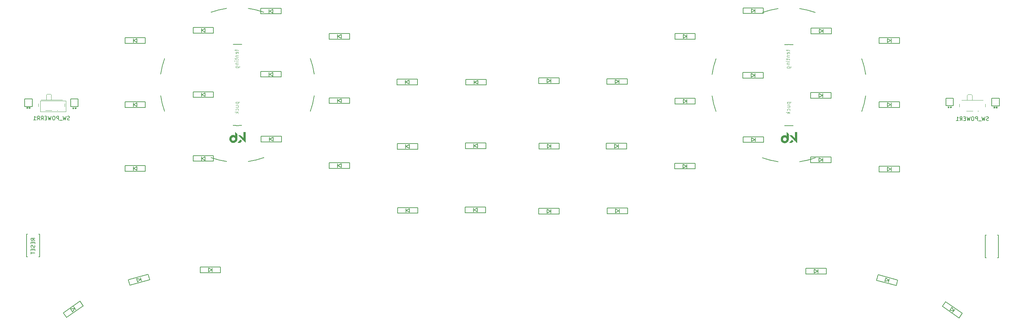
<source format=gbr>
%TF.GenerationSoftware,KiCad,Pcbnew,(6.0.2-0)*%
%TF.CreationDate,2022-05-29T20:11:08-07:00*%
%TF.ProjectId,sweepv2,73776565-7076-4322-9e6b-696361645f70,rev?*%
%TF.SameCoordinates,Original*%
%TF.FileFunction,Legend,Bot*%
%TF.FilePolarity,Positive*%
%FSLAX46Y46*%
G04 Gerber Fmt 4.6, Leading zero omitted, Abs format (unit mm)*
G04 Created by KiCad (PCBNEW (6.0.2-0)) date 2022-05-29 20:11:08*
%MOMM*%
%LPD*%
G01*
G04 APERTURE LIST*
%ADD10C,0.120000*%
%ADD11C,0.100000*%
%ADD12C,0.150000*%
%ADD13C,0.200000*%
%ADD14C,0.010000*%
G04 APERTURE END LIST*
D10*
X23182600Y-47055800D02*
X29913600Y-47055800D01*
X29913600Y-47055800D02*
X29913600Y-49976800D01*
X29913600Y-49976800D02*
X23182600Y-49976800D01*
X23182600Y-49976800D02*
X23182600Y-47055800D01*
D11*
%TO.C,REF\u002A\u002A*%
X220833714Y-33514500D02*
X220833714Y-33895452D01*
X220500380Y-33657357D02*
X221357523Y-33657357D01*
X221452761Y-33704976D01*
X221500380Y-33800214D01*
X221500380Y-33895452D01*
X221452761Y-34609738D02*
X221500380Y-34514500D01*
X221500380Y-34324023D01*
X221452761Y-34228785D01*
X221357523Y-34181166D01*
X220976571Y-34181166D01*
X220881333Y-34228785D01*
X220833714Y-34324023D01*
X220833714Y-34514500D01*
X220881333Y-34609738D01*
X220976571Y-34657357D01*
X221071809Y-34657357D01*
X221167047Y-34181166D01*
X220833714Y-35085928D02*
X221500380Y-35085928D01*
X220928952Y-35085928D02*
X220881333Y-35133547D01*
X220833714Y-35228785D01*
X220833714Y-35371642D01*
X220881333Y-35466880D01*
X220976571Y-35514500D01*
X221500380Y-35514500D01*
X220833714Y-35847833D02*
X220833714Y-36228785D01*
X220500380Y-35990690D02*
X221357523Y-35990690D01*
X221452761Y-36038309D01*
X221500380Y-36133547D01*
X221500380Y-36228785D01*
X221500380Y-36562119D02*
X220833714Y-36562119D01*
X220500380Y-36562119D02*
X220548000Y-36514500D01*
X220595619Y-36562119D01*
X220548000Y-36609738D01*
X220500380Y-36562119D01*
X220595619Y-36562119D01*
X220833714Y-37038309D02*
X221500380Y-37038309D01*
X220928952Y-37038309D02*
X220881333Y-37085928D01*
X220833714Y-37181166D01*
X220833714Y-37324023D01*
X220881333Y-37419261D01*
X220976571Y-37466880D01*
X221500380Y-37466880D01*
X220833714Y-38371642D02*
X221643238Y-38371642D01*
X221738476Y-38324023D01*
X221786095Y-38276404D01*
X221833714Y-38181166D01*
X221833714Y-38038309D01*
X221786095Y-37943071D01*
X221452761Y-38371642D02*
X221500380Y-38276404D01*
X221500380Y-38085928D01*
X221452761Y-37990690D01*
X221405142Y-37943071D01*
X221309904Y-37895452D01*
X221024190Y-37895452D01*
X220928952Y-37943071D01*
X220881333Y-37990690D01*
X220833714Y-38085928D01*
X220833714Y-38276404D01*
X220881333Y-38371642D01*
X220897214Y-47468500D02*
X221897214Y-47468500D01*
X220944833Y-47468500D02*
X220897214Y-47563738D01*
X220897214Y-47754214D01*
X220944833Y-47849452D01*
X220992452Y-47897071D01*
X221087690Y-47944690D01*
X221373404Y-47944690D01*
X221468642Y-47897071D01*
X221516261Y-47849452D01*
X221563880Y-47754214D01*
X221563880Y-47563738D01*
X221516261Y-47468500D01*
X220897214Y-48801833D02*
X221563880Y-48801833D01*
X220897214Y-48373261D02*
X221421023Y-48373261D01*
X221516261Y-48420880D01*
X221563880Y-48516119D01*
X221563880Y-48658976D01*
X221516261Y-48754214D01*
X221468642Y-48801833D01*
X221516261Y-49706595D02*
X221563880Y-49611357D01*
X221563880Y-49420880D01*
X221516261Y-49325642D01*
X221468642Y-49278023D01*
X221373404Y-49230404D01*
X221087690Y-49230404D01*
X220992452Y-49278023D01*
X220944833Y-49325642D01*
X220897214Y-49420880D01*
X220897214Y-49611357D01*
X220944833Y-49706595D01*
X221563880Y-50135166D02*
X220563880Y-50135166D01*
X221182928Y-50230404D02*
X221563880Y-50516119D01*
X220897214Y-50516119D02*
X221278166Y-50135166D01*
D12*
%TO.C,SW_POWERR1*%
X30923904Y-52136561D02*
X30781047Y-52184180D01*
X30542952Y-52184180D01*
X30447714Y-52136561D01*
X30400095Y-52088942D01*
X30352476Y-51993704D01*
X30352476Y-51898466D01*
X30400095Y-51803228D01*
X30447714Y-51755609D01*
X30542952Y-51707990D01*
X30733428Y-51660371D01*
X30828666Y-51612752D01*
X30876285Y-51565133D01*
X30923904Y-51469895D01*
X30923904Y-51374657D01*
X30876285Y-51279419D01*
X30828666Y-51231800D01*
X30733428Y-51184180D01*
X30495333Y-51184180D01*
X30352476Y-51231800D01*
X30019142Y-51184180D02*
X29781047Y-52184180D01*
X29590571Y-51469895D01*
X29400095Y-52184180D01*
X29162000Y-51184180D01*
X29019142Y-52279419D02*
X28257238Y-52279419D01*
X28019142Y-52184180D02*
X28019142Y-51184180D01*
X27638190Y-51184180D01*
X27542952Y-51231800D01*
X27495333Y-51279419D01*
X27447714Y-51374657D01*
X27447714Y-51517514D01*
X27495333Y-51612752D01*
X27542952Y-51660371D01*
X27638190Y-51707990D01*
X28019142Y-51707990D01*
X26828666Y-51184180D02*
X26638190Y-51184180D01*
X26542952Y-51231800D01*
X26447714Y-51327038D01*
X26400095Y-51517514D01*
X26400095Y-51850847D01*
X26447714Y-52041323D01*
X26542952Y-52136561D01*
X26638190Y-52184180D01*
X26828666Y-52184180D01*
X26923904Y-52136561D01*
X27019142Y-52041323D01*
X27066761Y-51850847D01*
X27066761Y-51517514D01*
X27019142Y-51327038D01*
X26923904Y-51231800D01*
X26828666Y-51184180D01*
X26066761Y-51184180D02*
X25828666Y-52184180D01*
X25638190Y-51469895D01*
X25447714Y-52184180D01*
X25209619Y-51184180D01*
X24828666Y-51660371D02*
X24495333Y-51660371D01*
X24352476Y-52184180D02*
X24828666Y-52184180D01*
X24828666Y-51184180D01*
X24352476Y-51184180D01*
X23352476Y-52184180D02*
X23685809Y-51707990D01*
X23923904Y-52184180D02*
X23923904Y-51184180D01*
X23542952Y-51184180D01*
X23447714Y-51231800D01*
X23400095Y-51279419D01*
X23352476Y-51374657D01*
X23352476Y-51517514D01*
X23400095Y-51612752D01*
X23447714Y-51660371D01*
X23542952Y-51707990D01*
X23923904Y-51707990D01*
X22352476Y-52184180D02*
X22685809Y-51707990D01*
X22923904Y-52184180D02*
X22923904Y-51184180D01*
X22542952Y-51184180D01*
X22447714Y-51231800D01*
X22400095Y-51279419D01*
X22352476Y-51374657D01*
X22352476Y-51517514D01*
X22400095Y-51612752D01*
X22447714Y-51660371D01*
X22542952Y-51707990D01*
X22923904Y-51707990D01*
X21400095Y-52184180D02*
X21971523Y-52184180D01*
X21685809Y-52184180D02*
X21685809Y-51184180D01*
X21781047Y-51327038D01*
X21876285Y-51422276D01*
X21971523Y-51469895D01*
%TO.C,SW_POWER1*%
X274136904Y-52263561D02*
X273994047Y-52311180D01*
X273755952Y-52311180D01*
X273660714Y-52263561D01*
X273613095Y-52215942D01*
X273565476Y-52120704D01*
X273565476Y-52025466D01*
X273613095Y-51930228D01*
X273660714Y-51882609D01*
X273755952Y-51834990D01*
X273946428Y-51787371D01*
X274041666Y-51739752D01*
X274089285Y-51692133D01*
X274136904Y-51596895D01*
X274136904Y-51501657D01*
X274089285Y-51406419D01*
X274041666Y-51358800D01*
X273946428Y-51311180D01*
X273708333Y-51311180D01*
X273565476Y-51358800D01*
X273232142Y-51311180D02*
X272994047Y-52311180D01*
X272803571Y-51596895D01*
X272613095Y-52311180D01*
X272375000Y-51311180D01*
X272232142Y-52406419D02*
X271470238Y-52406419D01*
X271232142Y-52311180D02*
X271232142Y-51311180D01*
X270851190Y-51311180D01*
X270755952Y-51358800D01*
X270708333Y-51406419D01*
X270660714Y-51501657D01*
X270660714Y-51644514D01*
X270708333Y-51739752D01*
X270755952Y-51787371D01*
X270851190Y-51834990D01*
X271232142Y-51834990D01*
X270041666Y-51311180D02*
X269851190Y-51311180D01*
X269755952Y-51358800D01*
X269660714Y-51454038D01*
X269613095Y-51644514D01*
X269613095Y-51977847D01*
X269660714Y-52168323D01*
X269755952Y-52263561D01*
X269851190Y-52311180D01*
X270041666Y-52311180D01*
X270136904Y-52263561D01*
X270232142Y-52168323D01*
X270279761Y-51977847D01*
X270279761Y-51644514D01*
X270232142Y-51454038D01*
X270136904Y-51358800D01*
X270041666Y-51311180D01*
X269279761Y-51311180D02*
X269041666Y-52311180D01*
X268851190Y-51596895D01*
X268660714Y-52311180D01*
X268422619Y-51311180D01*
X268041666Y-51787371D02*
X267708333Y-51787371D01*
X267565476Y-52311180D02*
X268041666Y-52311180D01*
X268041666Y-51311180D01*
X267565476Y-51311180D01*
X266565476Y-52311180D02*
X266898809Y-51834990D01*
X267136904Y-52311180D02*
X267136904Y-51311180D01*
X266755952Y-51311180D01*
X266660714Y-51358800D01*
X266613095Y-51406419D01*
X266565476Y-51501657D01*
X266565476Y-51644514D01*
X266613095Y-51739752D01*
X266660714Y-51787371D01*
X266755952Y-51834990D01*
X267136904Y-51834990D01*
X265613095Y-52311180D02*
X266184523Y-52311180D01*
X265898809Y-52311180D02*
X265898809Y-51311180D01*
X265994047Y-51454038D01*
X266089285Y-51549276D01*
X266184523Y-51596895D01*
%TO.C,RSW2*%
X21737580Y-84145619D02*
X21261390Y-83812285D01*
X21737580Y-83574190D02*
X20737580Y-83574190D01*
X20737580Y-83955142D01*
X20785200Y-84050380D01*
X20832819Y-84098000D01*
X20928057Y-84145619D01*
X21070914Y-84145619D01*
X21166152Y-84098000D01*
X21213771Y-84050380D01*
X21261390Y-83955142D01*
X21261390Y-83574190D01*
X21213771Y-84574190D02*
X21213771Y-84907523D01*
X21737580Y-85050380D02*
X21737580Y-84574190D01*
X20737580Y-84574190D01*
X20737580Y-85050380D01*
X21689961Y-85431333D02*
X21737580Y-85574190D01*
X21737580Y-85812285D01*
X21689961Y-85907523D01*
X21642342Y-85955142D01*
X21547104Y-86002761D01*
X21451866Y-86002761D01*
X21356628Y-85955142D01*
X21309009Y-85907523D01*
X21261390Y-85812285D01*
X21213771Y-85621809D01*
X21166152Y-85526571D01*
X21118533Y-85478952D01*
X21023295Y-85431333D01*
X20928057Y-85431333D01*
X20832819Y-85478952D01*
X20785200Y-85526571D01*
X20737580Y-85621809D01*
X20737580Y-85859904D01*
X20785200Y-86002761D01*
X21213771Y-86431333D02*
X21213771Y-86764666D01*
X21737580Y-86907523D02*
X21737580Y-86431333D01*
X20737580Y-86431333D01*
X20737580Y-86907523D01*
X20737580Y-87193238D02*
X20737580Y-87764666D01*
X21737580Y-87478952D02*
X20737580Y-87478952D01*
%TO.C,BatGND4*%
X32516838Y-48830895D02*
X32516838Y-49024419D01*
X32710361Y-48947009D02*
X32516838Y-49024419D01*
X32323314Y-48947009D01*
X32632952Y-49179238D02*
X32516838Y-49024419D01*
X32400723Y-49179238D01*
X31897561Y-48830895D02*
X31897561Y-49024419D01*
X32091085Y-48947009D02*
X31897561Y-49024419D01*
X31704038Y-48947009D01*
X32013676Y-49179238D02*
X31897561Y-49024419D01*
X31781447Y-49179238D01*
%TO.C,BatGND1*%
X276306038Y-48653095D02*
X276306038Y-48846619D01*
X276499561Y-48769209D02*
X276306038Y-48846619D01*
X276112514Y-48769209D01*
X276422152Y-49001438D02*
X276306038Y-48846619D01*
X276189923Y-49001438D01*
X275686761Y-48653095D02*
X275686761Y-48846619D01*
X275880285Y-48769209D02*
X275686761Y-48846619D01*
X275493238Y-48769209D01*
X275802876Y-49001438D02*
X275686761Y-48846619D01*
X275570647Y-49001438D01*
%TO.C,Bat+r1*%
X20350238Y-48780095D02*
X20350238Y-48973619D01*
X20543761Y-48896209D02*
X20350238Y-48973619D01*
X20156714Y-48896209D01*
X20466352Y-49128438D02*
X20350238Y-48973619D01*
X20234123Y-49128438D01*
X19730961Y-48780095D02*
X19730961Y-48973619D01*
X19924485Y-48896209D02*
X19730961Y-48973619D01*
X19537438Y-48896209D01*
X19847076Y-49128438D02*
X19730961Y-48973619D01*
X19614847Y-49128438D01*
%TO.C,Bat+1*%
X264164838Y-48602295D02*
X264164838Y-48795819D01*
X264358361Y-48718409D02*
X264164838Y-48795819D01*
X263971314Y-48718409D01*
X264280952Y-48950638D02*
X264164838Y-48795819D01*
X264048723Y-48950638D01*
X263545561Y-48602295D02*
X263545561Y-48795819D01*
X263739085Y-48718409D02*
X263545561Y-48795819D01*
X263352038Y-48718409D01*
X263661676Y-48950638D02*
X263545561Y-48795819D01*
X263429447Y-48950638D01*
D11*
%TO.C,REF\u002A\u002A*%
X74952614Y-47410900D02*
X75952614Y-47410900D01*
X75000233Y-47410900D02*
X74952614Y-47506138D01*
X74952614Y-47696614D01*
X75000233Y-47791852D01*
X75047852Y-47839471D01*
X75143090Y-47887090D01*
X75428804Y-47887090D01*
X75524042Y-47839471D01*
X75571661Y-47791852D01*
X75619280Y-47696614D01*
X75619280Y-47506138D01*
X75571661Y-47410900D01*
X74952614Y-48744233D02*
X75619280Y-48744233D01*
X74952614Y-48315661D02*
X75476423Y-48315661D01*
X75571661Y-48363280D01*
X75619280Y-48458519D01*
X75619280Y-48601376D01*
X75571661Y-48696614D01*
X75524042Y-48744233D01*
X75571661Y-49648995D02*
X75619280Y-49553757D01*
X75619280Y-49363280D01*
X75571661Y-49268042D01*
X75524042Y-49220423D01*
X75428804Y-49172804D01*
X75143090Y-49172804D01*
X75047852Y-49220423D01*
X75000233Y-49268042D01*
X74952614Y-49363280D01*
X74952614Y-49553757D01*
X75000233Y-49648995D01*
X75619280Y-50077566D02*
X74619280Y-50077566D01*
X75238328Y-50172804D02*
X75619280Y-50458519D01*
X74952614Y-50458519D02*
X75333566Y-50077566D01*
X74889114Y-33456900D02*
X74889114Y-33837852D01*
X74555780Y-33599757D02*
X75412923Y-33599757D01*
X75508161Y-33647376D01*
X75555780Y-33742614D01*
X75555780Y-33837852D01*
X75508161Y-34552138D02*
X75555780Y-34456900D01*
X75555780Y-34266423D01*
X75508161Y-34171185D01*
X75412923Y-34123566D01*
X75031971Y-34123566D01*
X74936733Y-34171185D01*
X74889114Y-34266423D01*
X74889114Y-34456900D01*
X74936733Y-34552138D01*
X75031971Y-34599757D01*
X75127209Y-34599757D01*
X75222447Y-34123566D01*
X74889114Y-35028328D02*
X75555780Y-35028328D01*
X74984352Y-35028328D02*
X74936733Y-35075947D01*
X74889114Y-35171185D01*
X74889114Y-35314042D01*
X74936733Y-35409280D01*
X75031971Y-35456900D01*
X75555780Y-35456900D01*
X74889114Y-35790233D02*
X74889114Y-36171185D01*
X74555780Y-35933090D02*
X75412923Y-35933090D01*
X75508161Y-35980709D01*
X75555780Y-36075947D01*
X75555780Y-36171185D01*
X75555780Y-36504519D02*
X74889114Y-36504519D01*
X74555780Y-36504519D02*
X74603400Y-36456900D01*
X74651019Y-36504519D01*
X74603400Y-36552138D01*
X74555780Y-36504519D01*
X74651019Y-36504519D01*
X74889114Y-36980709D02*
X75555780Y-36980709D01*
X74984352Y-36980709D02*
X74936733Y-37028328D01*
X74889114Y-37123566D01*
X74889114Y-37266423D01*
X74936733Y-37361661D01*
X75031971Y-37409280D01*
X75555780Y-37409280D01*
X74889114Y-38314042D02*
X75698638Y-38314042D01*
X75793876Y-38266423D01*
X75841495Y-38218804D01*
X75889114Y-38123566D01*
X75889114Y-37980709D01*
X75841495Y-37885471D01*
X75508161Y-38314042D02*
X75555780Y-38218804D01*
X75555780Y-38028328D01*
X75508161Y-37933090D01*
X75460542Y-37885471D01*
X75365304Y-37837852D01*
X75079590Y-37837852D01*
X74984352Y-37885471D01*
X74936733Y-37933090D01*
X74889114Y-38028328D01*
X74889114Y-38218804D01*
X74936733Y-38314042D01*
D13*
X224159500Y-63256000D02*
G75*
G03*
X228310045Y-62222135I-2857506J20320019D01*
G01*
X221302000Y-32141000D02*
G75*
G03*
X220173615Y-32200136I-6J-10794921D01*
G01*
X200982000Y-45793500D02*
G75*
G03*
X202015865Y-49944046I20320050J2857512D01*
G01*
X222430385Y-32200136D02*
G75*
G03*
X221302000Y-32141000I-1128379J-10735785D01*
G01*
X218444500Y-22616000D02*
G75*
G03*
X214293954Y-23649865I2857512J-20320050D01*
G01*
X221302000Y-53731000D02*
G75*
G03*
X222430385Y-53671864I6J10794921D01*
G01*
X240588134Y-49944048D02*
G75*
G03*
X241622000Y-45793500I-19286117J7008044D01*
G01*
X220173615Y-53671864D02*
G75*
G03*
X221302000Y-53731000I1128379J10735785D01*
G01*
X202015864Y-35927956D02*
G75*
G03*
X200982000Y-40078500I19286252J-7008071D01*
G01*
X214293955Y-62222135D02*
G75*
G03*
X218444500Y-63256000I7008051J19286154D01*
G01*
X241622000Y-40078500D02*
G75*
G03*
X240588134Y-35927952I-20319983J-2857496D01*
G01*
X228310049Y-23649866D02*
G75*
G03*
X224159500Y-22616000I-7008041J-19286105D01*
G01*
D14*
X220681464Y-55919827D02*
X220681272Y-56024067D01*
X220681272Y-56024067D02*
X220680783Y-56120812D01*
X220680783Y-56120812D02*
X220680033Y-56207698D01*
X220680033Y-56207698D02*
X220679057Y-56282360D01*
X220679057Y-56282360D02*
X220677888Y-56342435D01*
X220677888Y-56342435D02*
X220676561Y-56385558D01*
X220676561Y-56385558D02*
X220675112Y-56409365D01*
X220675112Y-56409365D02*
X220674204Y-56413395D01*
X220674204Y-56413395D02*
X220661773Y-56407081D01*
X220661773Y-56407081D02*
X220636927Y-56390738D01*
X220636927Y-56390738D02*
X220612793Y-56373536D01*
X220612793Y-56373536D02*
X220498096Y-56302814D01*
X220498096Y-56302814D02*
X220375880Y-56253710D01*
X220375880Y-56253710D02*
X220245497Y-56226034D01*
X220245497Y-56226034D02*
X220106296Y-56219596D01*
X220106296Y-56219596D02*
X220088484Y-56220264D01*
X220088484Y-56220264D02*
X219998849Y-56226816D01*
X219998849Y-56226816D02*
X219922366Y-56238753D01*
X219922366Y-56238753D02*
X219850714Y-56258245D01*
X219850714Y-56258245D02*
X219775576Y-56287462D01*
X219775576Y-56287462D02*
X219705725Y-56320101D01*
X219705725Y-56320101D02*
X219577792Y-56395394D01*
X219577792Y-56395394D02*
X219464872Y-56487374D01*
X219464872Y-56487374D02*
X219367978Y-56594363D01*
X219367978Y-56594363D02*
X219288120Y-56714688D01*
X219288120Y-56714688D02*
X219226310Y-56846673D01*
X219226310Y-56846673D02*
X219183558Y-56988642D01*
X219183558Y-56988642D02*
X219160877Y-57138921D01*
X219160877Y-57138921D02*
X219157316Y-57228591D01*
X219157316Y-57228591D02*
X219167607Y-57381069D01*
X219167607Y-57381069D02*
X219198963Y-57525633D01*
X219198963Y-57525633D02*
X219252108Y-57664869D01*
X219252108Y-57664869D02*
X219309363Y-57771788D01*
X219309363Y-57771788D02*
X219395075Y-57892081D01*
X219395075Y-57892081D02*
X219496688Y-57996930D01*
X219496688Y-57996930D02*
X219612021Y-58085252D01*
X219612021Y-58085252D02*
X219738896Y-58155966D01*
X219738896Y-58155966D02*
X219875132Y-58207989D01*
X219875132Y-58207989D02*
X220018551Y-58240242D01*
X220018551Y-58240242D02*
X220166972Y-58251641D01*
X220166972Y-58251641D02*
X220267218Y-58247158D01*
X220267218Y-58247158D02*
X220411826Y-58222277D01*
X220411826Y-58222277D02*
X220552394Y-58176002D01*
X220552394Y-58176002D02*
X220685567Y-58110023D01*
X220685567Y-58110023D02*
X220807987Y-58026026D01*
X220807987Y-58026026D02*
X220916299Y-57925700D01*
X220916299Y-57925700D02*
X220924693Y-57916534D01*
X220924693Y-57916534D02*
X221005824Y-57812414D01*
X221005824Y-57812414D02*
X221075516Y-57694232D01*
X221075516Y-57694232D02*
X221130682Y-57568369D01*
X221130682Y-57568369D02*
X221168235Y-57441209D01*
X221168235Y-57441209D02*
X221177104Y-57394759D01*
X221177104Y-57394759D02*
X221179717Y-57366364D01*
X221179717Y-57366364D02*
X221182062Y-57316292D01*
X221182062Y-57316292D02*
X221183531Y-57265958D01*
X221183531Y-57265958D02*
X220687193Y-57265958D01*
X220687193Y-57265958D02*
X220676621Y-57363507D01*
X220676621Y-57363507D02*
X220646189Y-57457526D01*
X220646189Y-57457526D02*
X220617535Y-57511671D01*
X220617535Y-57511671D02*
X220550601Y-57599954D01*
X220550601Y-57599954D02*
X220471120Y-57670831D01*
X220471120Y-57670831D02*
X220381688Y-57723324D01*
X220381688Y-57723324D02*
X220284902Y-57756456D01*
X220284902Y-57756456D02*
X220183361Y-57769250D01*
X220183361Y-57769250D02*
X220079660Y-57760729D01*
X220079660Y-57760729D02*
X220006833Y-57741441D01*
X220006833Y-57741441D02*
X219963836Y-57725355D01*
X219963836Y-57725355D02*
X219922931Y-57707995D01*
X219922931Y-57707995D02*
X219906764Y-57700219D01*
X219906764Y-57700219D02*
X219861478Y-57669215D01*
X219861478Y-57669215D02*
X219812155Y-57623021D01*
X219812155Y-57623021D02*
X219764098Y-57567565D01*
X219764098Y-57567565D02*
X219722613Y-57508771D01*
X219722613Y-57508771D02*
X219701125Y-57470444D01*
X219701125Y-57470444D02*
X219680944Y-57426198D01*
X219680944Y-57426198D02*
X219668299Y-57387590D01*
X219668299Y-57387590D02*
X219660942Y-57345298D01*
X219660942Y-57345298D02*
X219656624Y-57289995D01*
X219656624Y-57289995D02*
X219656342Y-57284705D01*
X219656342Y-57284705D02*
X219659710Y-57177460D01*
X219659710Y-57177460D02*
X219682566Y-57079568D01*
X219682566Y-57079568D02*
X219726218Y-56986145D01*
X219726218Y-56986145D02*
X219743988Y-56957616D01*
X219743988Y-56957616D02*
X219808530Y-56879712D01*
X219808530Y-56879712D02*
X219887347Y-56817542D01*
X219887347Y-56817542D02*
X219976983Y-56772046D01*
X219976983Y-56772046D02*
X220073982Y-56744168D01*
X220073982Y-56744168D02*
X220174886Y-56734848D01*
X220174886Y-56734848D02*
X220276238Y-56745030D01*
X220276238Y-56745030D02*
X220374584Y-56775655D01*
X220374584Y-56775655D02*
X220388587Y-56781941D01*
X220388587Y-56781941D02*
X220476539Y-56834890D01*
X220476539Y-56834890D02*
X220550529Y-56903104D01*
X220550529Y-56903104D02*
X220609572Y-56983450D01*
X220609572Y-56983450D02*
X220652685Y-57072797D01*
X220652685Y-57072797D02*
X220678887Y-57168010D01*
X220678887Y-57168010D02*
X220687193Y-57265958D01*
X220687193Y-57265958D02*
X221183531Y-57265958D01*
X221183531Y-57265958D02*
X221184115Y-57245955D01*
X221184115Y-57245955D02*
X221185854Y-57156766D01*
X221185854Y-57156766D02*
X221187257Y-57050137D01*
X221187257Y-57050137D02*
X221188301Y-56927481D01*
X221188301Y-56927481D02*
X221188965Y-56790209D01*
X221188965Y-56790209D02*
X221189226Y-56639735D01*
X221189226Y-56639735D02*
X221189229Y-56627999D01*
X221189229Y-56627999D02*
X221189316Y-55936285D01*
X221189316Y-55936285D02*
X220681612Y-55426259D01*
X220681612Y-55426259D02*
X220681464Y-55919827D01*
X220681464Y-55919827D02*
X220681464Y-55919827D01*
G36*
X221179717Y-57366364D02*
G01*
X221177104Y-57394759D01*
X221168235Y-57441209D01*
X221130682Y-57568369D01*
X221075516Y-57694232D01*
X221005824Y-57812414D01*
X220924693Y-57916534D01*
X220916299Y-57925700D01*
X220807987Y-58026026D01*
X220685567Y-58110023D01*
X220552394Y-58176002D01*
X220411826Y-58222277D01*
X220267218Y-58247158D01*
X220166972Y-58251641D01*
X220018551Y-58240242D01*
X219875132Y-58207989D01*
X219738896Y-58155966D01*
X219612021Y-58085252D01*
X219496688Y-57996930D01*
X219395075Y-57892081D01*
X219309363Y-57771788D01*
X219252108Y-57664869D01*
X219198963Y-57525633D01*
X219167607Y-57381069D01*
X219161103Y-57284705D01*
X219656342Y-57284705D01*
X219656624Y-57289995D01*
X219660942Y-57345298D01*
X219668299Y-57387590D01*
X219680944Y-57426198D01*
X219701125Y-57470444D01*
X219722613Y-57508771D01*
X219764098Y-57567565D01*
X219812155Y-57623021D01*
X219861478Y-57669215D01*
X219906764Y-57700219D01*
X219922931Y-57707995D01*
X219963836Y-57725355D01*
X220006833Y-57741441D01*
X220079660Y-57760729D01*
X220183361Y-57769250D01*
X220284902Y-57756456D01*
X220381688Y-57723324D01*
X220471120Y-57670831D01*
X220550601Y-57599954D01*
X220617535Y-57511671D01*
X220646189Y-57457526D01*
X220676621Y-57363507D01*
X220687193Y-57265958D01*
X220678887Y-57168010D01*
X220652685Y-57072797D01*
X220609572Y-56983450D01*
X220550529Y-56903104D01*
X220476539Y-56834890D01*
X220388587Y-56781941D01*
X220374584Y-56775655D01*
X220276238Y-56745030D01*
X220174886Y-56734848D01*
X220073982Y-56744168D01*
X219976983Y-56772046D01*
X219887347Y-56817542D01*
X219808530Y-56879712D01*
X219743988Y-56957616D01*
X219726218Y-56986145D01*
X219682566Y-57079568D01*
X219659710Y-57177460D01*
X219656342Y-57284705D01*
X219161103Y-57284705D01*
X219157316Y-57228591D01*
X219160877Y-57138921D01*
X219183558Y-56988642D01*
X219226310Y-56846673D01*
X219288120Y-56714688D01*
X219367978Y-56594363D01*
X219464872Y-56487374D01*
X219577792Y-56395394D01*
X219705725Y-56320101D01*
X219775576Y-56287462D01*
X219850714Y-56258245D01*
X219922366Y-56238753D01*
X219998849Y-56226816D01*
X220088484Y-56220264D01*
X220106296Y-56219596D01*
X220245497Y-56226034D01*
X220375880Y-56253710D01*
X220498096Y-56302814D01*
X220612793Y-56373536D01*
X220636927Y-56390738D01*
X220661773Y-56407081D01*
X220674204Y-56413395D01*
X220675112Y-56409365D01*
X220676561Y-56385558D01*
X220677888Y-56342435D01*
X220679057Y-56282360D01*
X220680033Y-56207698D01*
X220680783Y-56120812D01*
X220681272Y-56024067D01*
X220681464Y-55919827D01*
X220681612Y-55426259D01*
X221189316Y-55936285D01*
X221189229Y-56627999D01*
X221189226Y-56639735D01*
X221188965Y-56790209D01*
X221188301Y-56927481D01*
X221187257Y-57050137D01*
X221185854Y-57156766D01*
X221184115Y-57245955D01*
X221183531Y-57265958D01*
X221182062Y-57316292D01*
X221179717Y-57366364D01*
G37*
X221179717Y-57366364D02*
X221177104Y-57394759D01*
X221168235Y-57441209D01*
X221130682Y-57568369D01*
X221075516Y-57694232D01*
X221005824Y-57812414D01*
X220924693Y-57916534D01*
X220916299Y-57925700D01*
X220807987Y-58026026D01*
X220685567Y-58110023D01*
X220552394Y-58176002D01*
X220411826Y-58222277D01*
X220267218Y-58247158D01*
X220166972Y-58251641D01*
X220018551Y-58240242D01*
X219875132Y-58207989D01*
X219738896Y-58155966D01*
X219612021Y-58085252D01*
X219496688Y-57996930D01*
X219395075Y-57892081D01*
X219309363Y-57771788D01*
X219252108Y-57664869D01*
X219198963Y-57525633D01*
X219167607Y-57381069D01*
X219161103Y-57284705D01*
X219656342Y-57284705D01*
X219656624Y-57289995D01*
X219660942Y-57345298D01*
X219668299Y-57387590D01*
X219680944Y-57426198D01*
X219701125Y-57470444D01*
X219722613Y-57508771D01*
X219764098Y-57567565D01*
X219812155Y-57623021D01*
X219861478Y-57669215D01*
X219906764Y-57700219D01*
X219922931Y-57707995D01*
X219963836Y-57725355D01*
X220006833Y-57741441D01*
X220079660Y-57760729D01*
X220183361Y-57769250D01*
X220284902Y-57756456D01*
X220381688Y-57723324D01*
X220471120Y-57670831D01*
X220550601Y-57599954D01*
X220617535Y-57511671D01*
X220646189Y-57457526D01*
X220676621Y-57363507D01*
X220687193Y-57265958D01*
X220678887Y-57168010D01*
X220652685Y-57072797D01*
X220609572Y-56983450D01*
X220550529Y-56903104D01*
X220476539Y-56834890D01*
X220388587Y-56781941D01*
X220374584Y-56775655D01*
X220276238Y-56745030D01*
X220174886Y-56734848D01*
X220073982Y-56744168D01*
X219976983Y-56772046D01*
X219887347Y-56817542D01*
X219808530Y-56879712D01*
X219743988Y-56957616D01*
X219726218Y-56986145D01*
X219682566Y-57079568D01*
X219659710Y-57177460D01*
X219656342Y-57284705D01*
X219161103Y-57284705D01*
X219157316Y-57228591D01*
X219160877Y-57138921D01*
X219183558Y-56988642D01*
X219226310Y-56846673D01*
X219288120Y-56714688D01*
X219367978Y-56594363D01*
X219464872Y-56487374D01*
X219577792Y-56395394D01*
X219705725Y-56320101D01*
X219775576Y-56287462D01*
X219850714Y-56258245D01*
X219922366Y-56238753D01*
X219998849Y-56226816D01*
X220088484Y-56220264D01*
X220106296Y-56219596D01*
X220245497Y-56226034D01*
X220375880Y-56253710D01*
X220498096Y-56302814D01*
X220612793Y-56373536D01*
X220636927Y-56390738D01*
X220661773Y-56407081D01*
X220674204Y-56413395D01*
X220675112Y-56409365D01*
X220676561Y-56385558D01*
X220677888Y-56342435D01*
X220679057Y-56282360D01*
X220680033Y-56207698D01*
X220680783Y-56120812D01*
X220681272Y-56024067D01*
X220681464Y-55919827D01*
X220681612Y-55426259D01*
X221189316Y-55936285D01*
X221189229Y-56627999D01*
X221189226Y-56639735D01*
X221188965Y-56790209D01*
X221188301Y-56927481D01*
X221187257Y-57050137D01*
X221185854Y-57156766D01*
X221184115Y-57245955D01*
X221183531Y-57265958D01*
X221182062Y-57316292D01*
X221179717Y-57366364D01*
X222886498Y-57054044D02*
X222083552Y-56251344D01*
X222083552Y-56251344D02*
X221795184Y-56254438D01*
X221795184Y-56254438D02*
X221506816Y-56257531D01*
X221506816Y-56257531D02*
X222354040Y-57117668D01*
X222354040Y-57117668D02*
X222471965Y-57237391D01*
X222471965Y-57237391D02*
X222586764Y-57353940D01*
X222586764Y-57353940D02*
X222697218Y-57466080D01*
X222697218Y-57466080D02*
X222802110Y-57572573D01*
X222802110Y-57572573D02*
X222900222Y-57672184D01*
X222900222Y-57672184D02*
X222990337Y-57763677D01*
X222990337Y-57763677D02*
X223071236Y-57845814D01*
X223071236Y-57845814D02*
X223141703Y-57917359D01*
X223141703Y-57917359D02*
X223200519Y-57977077D01*
X223200519Y-57977077D02*
X223246466Y-58023731D01*
X223246466Y-58023731D02*
X223278327Y-58056084D01*
X223278327Y-58056084D02*
X223292108Y-58070080D01*
X223292108Y-58070080D02*
X223382952Y-58162356D01*
X223382952Y-58162356D02*
X223382952Y-55420486D01*
X223382952Y-55420486D02*
X222886498Y-55420486D01*
X222886498Y-55420486D02*
X222886498Y-57054044D01*
X222886498Y-57054044D02*
X222886498Y-57054044D01*
G36*
X223382952Y-58162356D02*
G01*
X223292108Y-58070080D01*
X223278327Y-58056084D01*
X223246466Y-58023731D01*
X223200519Y-57977077D01*
X223141703Y-57917359D01*
X223071236Y-57845814D01*
X222990337Y-57763677D01*
X222900222Y-57672184D01*
X222802110Y-57572573D01*
X222697218Y-57466080D01*
X222586764Y-57353940D01*
X222471965Y-57237391D01*
X222354040Y-57117668D01*
X221506816Y-56257531D01*
X221795184Y-56254438D01*
X222083552Y-56251344D01*
X222886498Y-57054044D01*
X222886498Y-55420486D01*
X223382952Y-55420486D01*
X223382952Y-58162356D01*
G37*
X223382952Y-58162356D02*
X223292108Y-58070080D01*
X223278327Y-58056084D01*
X223246466Y-58023731D01*
X223200519Y-57977077D01*
X223141703Y-57917359D01*
X223071236Y-57845814D01*
X222990337Y-57763677D01*
X222900222Y-57672184D01*
X222802110Y-57572573D01*
X222697218Y-57466080D01*
X222586764Y-57353940D01*
X222471965Y-57237391D01*
X222354040Y-57117668D01*
X221506816Y-56257531D01*
X221795184Y-56254438D01*
X222083552Y-56251344D01*
X222886498Y-57054044D01*
X222886498Y-55420486D01*
X223382952Y-55420486D01*
X223382952Y-58162356D01*
X222079718Y-57460575D02*
X222057015Y-57483438D01*
X222057015Y-57483438D02*
X222022536Y-57518969D01*
X222022536Y-57518969D02*
X221978267Y-57565061D01*
X221978267Y-57565061D02*
X221926200Y-57619607D01*
X221926200Y-57619607D02*
X221868321Y-57680501D01*
X221868321Y-57680501D02*
X221806622Y-57745636D01*
X221806622Y-57745636D02*
X221743089Y-57812906D01*
X221743089Y-57812906D02*
X221679714Y-57880204D01*
X221679714Y-57880204D02*
X221618484Y-57945423D01*
X221618484Y-57945423D02*
X221561388Y-58006458D01*
X221561388Y-58006458D02*
X221510416Y-58061201D01*
X221510416Y-58061201D02*
X221467556Y-58107546D01*
X221467556Y-58107546D02*
X221434798Y-58143386D01*
X221434798Y-58143386D02*
X221414130Y-58166615D01*
X221414130Y-58166615D02*
X221411837Y-58169306D01*
X221411837Y-58169306D02*
X221383536Y-58202941D01*
X221383536Y-58202941D02*
X222003550Y-58202941D01*
X222003550Y-58202941D02*
X222176900Y-58026872D01*
X222176900Y-58026872D02*
X222230642Y-57972129D01*
X222230642Y-57972129D02*
X222280925Y-57920616D01*
X222280925Y-57920616D02*
X222324741Y-57875436D01*
X222324741Y-57875436D02*
X222359087Y-57839690D01*
X222359087Y-57839690D02*
X222380955Y-57816481D01*
X222380955Y-57816481D02*
X222384132Y-57812989D01*
X222384132Y-57812989D02*
X222418014Y-57775174D01*
X222418014Y-57775174D02*
X222256979Y-57613830D01*
X222256979Y-57613830D02*
X222207266Y-57564375D01*
X222207266Y-57564375D02*
X222163042Y-57521050D01*
X222163042Y-57521050D02*
X222126895Y-57486337D01*
X222126895Y-57486337D02*
X222101413Y-57462717D01*
X222101413Y-57462717D02*
X222089184Y-57452669D01*
X222089184Y-57452669D02*
X222088653Y-57452486D01*
X222088653Y-57452486D02*
X222079718Y-57460575D01*
X222079718Y-57460575D02*
X222079718Y-57460575D01*
G36*
X222089184Y-57452669D02*
G01*
X222101413Y-57462717D01*
X222126895Y-57486337D01*
X222163042Y-57521050D01*
X222207266Y-57564375D01*
X222256979Y-57613830D01*
X222418014Y-57775174D01*
X222384132Y-57812989D01*
X222380955Y-57816481D01*
X222359087Y-57839690D01*
X222324741Y-57875436D01*
X222280925Y-57920616D01*
X222230642Y-57972129D01*
X222176900Y-58026872D01*
X222003550Y-58202941D01*
X221383536Y-58202941D01*
X221411837Y-58169306D01*
X221414130Y-58166615D01*
X221434798Y-58143386D01*
X221467556Y-58107546D01*
X221510416Y-58061201D01*
X221561388Y-58006458D01*
X221618484Y-57945423D01*
X221679714Y-57880204D01*
X221743089Y-57812906D01*
X221806622Y-57745636D01*
X221868321Y-57680501D01*
X221926200Y-57619607D01*
X221978267Y-57565061D01*
X222022536Y-57518969D01*
X222057015Y-57483438D01*
X222079718Y-57460575D01*
X222088653Y-57452486D01*
X222089184Y-57452669D01*
G37*
X222089184Y-57452669D02*
X222101413Y-57462717D01*
X222126895Y-57486337D01*
X222163042Y-57521050D01*
X222207266Y-57564375D01*
X222256979Y-57613830D01*
X222418014Y-57775174D01*
X222384132Y-57812989D01*
X222380955Y-57816481D01*
X222359087Y-57839690D01*
X222324741Y-57875436D01*
X222280925Y-57920616D01*
X222230642Y-57972129D01*
X222176900Y-58026872D01*
X222003550Y-58202941D01*
X221383536Y-58202941D01*
X221411837Y-58169306D01*
X221414130Y-58166615D01*
X221434798Y-58143386D01*
X221467556Y-58107546D01*
X221510416Y-58061201D01*
X221561388Y-58006458D01*
X221618484Y-57945423D01*
X221679714Y-57880204D01*
X221743089Y-57812906D01*
X221806622Y-57745636D01*
X221868321Y-57680501D01*
X221926200Y-57619607D01*
X221978267Y-57565061D01*
X222022536Y-57518969D01*
X222057015Y-57483438D01*
X222079718Y-57460575D01*
X222088653Y-57452486D01*
X222089184Y-57452669D01*
D12*
%TO.C,Dr20*%
X31999788Y-101741836D02*
X32573364Y-102560988D01*
X32204661Y-102208769D02*
X31180636Y-102315412D01*
X31754212Y-103134564D02*
X32204661Y-102208769D01*
X31180636Y-102315412D02*
X31754212Y-103134564D01*
X29235107Y-103372492D02*
X30095472Y-104601220D01*
X33658528Y-100275180D02*
X34518893Y-101503908D01*
X29235107Y-103372492D02*
X33658528Y-100275180D01*
X34518893Y-101503908D02*
X30095472Y-104601220D01*
%TO.C,Dr19*%
X49654953Y-93977228D02*
X49913772Y-94943153D01*
X49687770Y-94486072D02*
X48689028Y-94236047D01*
X48947847Y-95201972D02*
X49687770Y-94486072D01*
X48689028Y-94236047D02*
X48947847Y-95201972D01*
X46499286Y-94563967D02*
X46887515Y-96012856D01*
X51715285Y-93166344D02*
X52103514Y-94615233D01*
X46499286Y-94563967D02*
X51715285Y-93166344D01*
X52103514Y-94615233D02*
X46887515Y-96012856D01*
%TO.C,Dr18*%
X68673600Y-91448000D02*
X68673600Y-92448000D01*
X68573600Y-91948000D02*
X67673600Y-91448000D01*
X67673600Y-92448000D02*
X68573600Y-91948000D01*
X67673600Y-91448000D02*
X67673600Y-92448000D01*
X65473600Y-91198000D02*
X65473600Y-92698000D01*
X70873600Y-91198000D02*
X70873600Y-92698000D01*
X65473600Y-91198000D02*
X70873600Y-91198000D01*
X70873600Y-92698000D02*
X65473600Y-92698000D01*
%TO.C,Dr17*%
X47785400Y-65549400D02*
X47785400Y-64549400D01*
X47885400Y-65049400D02*
X48785400Y-65549400D01*
X48785400Y-64549400D02*
X47885400Y-65049400D01*
X48785400Y-65549400D02*
X48785400Y-64549400D01*
X50985400Y-65799400D02*
X50985400Y-64299400D01*
X45585400Y-65799400D02*
X45585400Y-64299400D01*
X50985400Y-65799400D02*
X45585400Y-65799400D01*
X45585400Y-64299400D02*
X50985400Y-64299400D01*
%TO.C,Dr16*%
X65819400Y-62882400D02*
X65819400Y-61882400D01*
X65919400Y-62382400D02*
X66819400Y-62882400D01*
X66819400Y-61882400D02*
X65919400Y-62382400D01*
X66819400Y-62882400D02*
X66819400Y-61882400D01*
X69019400Y-63132400D02*
X69019400Y-61632400D01*
X63619400Y-63132400D02*
X63619400Y-61632400D01*
X69019400Y-63132400D02*
X63619400Y-63132400D01*
X63619400Y-61632400D02*
X69019400Y-61632400D01*
%TO.C,Dr15*%
X83828000Y-57751600D02*
X83828000Y-56751600D01*
X83928000Y-57251600D02*
X84828000Y-57751600D01*
X84828000Y-56751600D02*
X83928000Y-57251600D01*
X84828000Y-57751600D02*
X84828000Y-56751600D01*
X87028000Y-58001600D02*
X87028000Y-56501600D01*
X81628000Y-58001600D02*
X81628000Y-56501600D01*
X87028000Y-58001600D02*
X81628000Y-58001600D01*
X81628000Y-56501600D02*
X87028000Y-56501600D01*
%TO.C,Dr14*%
X101862000Y-64787400D02*
X101862000Y-63787400D01*
X101962000Y-64287400D02*
X102862000Y-64787400D01*
X102862000Y-63787400D02*
X101962000Y-64287400D01*
X102862000Y-64787400D02*
X102862000Y-63787400D01*
X105062000Y-65037400D02*
X105062000Y-63537400D01*
X99662000Y-65037400D02*
X99662000Y-63537400D01*
X105062000Y-65037400D02*
X99662000Y-65037400D01*
X99662000Y-63537400D02*
X105062000Y-63537400D01*
%TO.C,Dr13*%
X119921400Y-76674600D02*
X119921400Y-75674600D01*
X120021400Y-76174600D02*
X120921400Y-76674600D01*
X120921400Y-75674600D02*
X120021400Y-76174600D01*
X120921400Y-76674600D02*
X120921400Y-75674600D01*
X123121400Y-76924600D02*
X123121400Y-75424600D01*
X117721400Y-76924600D02*
X117721400Y-75424600D01*
X123121400Y-76924600D02*
X117721400Y-76924600D01*
X117721400Y-75424600D02*
X123121400Y-75424600D01*
%TO.C,Dr12*%
X137853800Y-76547600D02*
X137853800Y-75547600D01*
X137953800Y-76047600D02*
X138853800Y-76547600D01*
X138853800Y-75547600D02*
X137953800Y-76047600D01*
X138853800Y-76547600D02*
X138853800Y-75547600D01*
X141053800Y-76797600D02*
X141053800Y-75297600D01*
X135653800Y-76797600D02*
X135653800Y-75297600D01*
X141053800Y-76797600D02*
X135653800Y-76797600D01*
X135653800Y-75297600D02*
X141053800Y-75297600D01*
%TO.C,Dr11*%
X47785400Y-48607600D02*
X47785400Y-47607600D01*
X47885400Y-48107600D02*
X48785400Y-48607600D01*
X48785400Y-47607600D02*
X47885400Y-48107600D01*
X48785400Y-48607600D02*
X48785400Y-47607600D01*
X50985400Y-48857600D02*
X50985400Y-47357600D01*
X45585400Y-48857600D02*
X45585400Y-47357600D01*
X50985400Y-48857600D02*
X45585400Y-48857600D01*
X45585400Y-47357600D02*
X50985400Y-47357600D01*
%TO.C,Dr10*%
X65819400Y-45940600D02*
X65819400Y-44940600D01*
X65919400Y-45440600D02*
X66819400Y-45940600D01*
X66819400Y-44940600D02*
X65919400Y-45440600D01*
X66819400Y-45940600D02*
X66819400Y-44940600D01*
X69019400Y-46190600D02*
X69019400Y-44690600D01*
X63619400Y-46190600D02*
X63619400Y-44690600D01*
X69019400Y-46190600D02*
X63619400Y-46190600D01*
X63619400Y-44690600D02*
X69019400Y-44690600D01*
%TO.C,Dr9*%
X83751800Y-40530400D02*
X83751800Y-39530400D01*
X83851800Y-40030400D02*
X84751800Y-40530400D01*
X84751800Y-39530400D02*
X83851800Y-40030400D01*
X84751800Y-40530400D02*
X84751800Y-39530400D01*
X86951800Y-40780400D02*
X86951800Y-39280400D01*
X81551800Y-40780400D02*
X81551800Y-39280400D01*
X86951800Y-40780400D02*
X81551800Y-40780400D01*
X81551800Y-39280400D02*
X86951800Y-39280400D01*
%TO.C,Dr8*%
X101862000Y-47540800D02*
X101862000Y-46540800D01*
X101962000Y-47040800D02*
X102862000Y-47540800D01*
X102862000Y-46540800D02*
X101962000Y-47040800D01*
X102862000Y-47540800D02*
X102862000Y-46540800D01*
X105062000Y-47790800D02*
X105062000Y-46290800D01*
X99662000Y-47790800D02*
X99662000Y-46290800D01*
X105062000Y-47790800D02*
X99662000Y-47790800D01*
X99662000Y-46290800D02*
X105062000Y-46290800D01*
%TO.C,Dr7*%
X119870600Y-59682000D02*
X119870600Y-58682000D01*
X119970600Y-59182000D02*
X120870600Y-59682000D01*
X120870600Y-58682000D02*
X119970600Y-59182000D01*
X120870600Y-59682000D02*
X120870600Y-58682000D01*
X123070600Y-59932000D02*
X123070600Y-58432000D01*
X117670600Y-59932000D02*
X117670600Y-58432000D01*
X123070600Y-59932000D02*
X117670600Y-59932000D01*
X117670600Y-58432000D02*
X123070600Y-58432000D01*
%TO.C,Dr6*%
X137904600Y-59529600D02*
X137904600Y-58529600D01*
X138004600Y-59029600D02*
X138904600Y-59529600D01*
X138904600Y-58529600D02*
X138004600Y-59029600D01*
X138904600Y-59529600D02*
X138904600Y-58529600D01*
X141104600Y-59779600D02*
X141104600Y-58279600D01*
X135704600Y-59779600D02*
X135704600Y-58279600D01*
X141104600Y-59779600D02*
X135704600Y-59779600D01*
X135704600Y-58279600D02*
X141104600Y-58279600D01*
%TO.C,Dr5*%
X47785400Y-31564200D02*
X47785400Y-30564200D01*
X47885400Y-31064200D02*
X48785400Y-31564200D01*
X48785400Y-30564200D02*
X47885400Y-31064200D01*
X48785400Y-31564200D02*
X48785400Y-30564200D01*
X50985400Y-31814200D02*
X50985400Y-30314200D01*
X45585400Y-31814200D02*
X45585400Y-30314200D01*
X50985400Y-31814200D02*
X45585400Y-31814200D01*
X45585400Y-30314200D02*
X50985400Y-30314200D01*
%TO.C,Dr4*%
X65819400Y-28897200D02*
X65819400Y-27897200D01*
X65919400Y-28397200D02*
X66819400Y-28897200D01*
X66819400Y-27897200D02*
X65919400Y-28397200D01*
X66819400Y-28897200D02*
X66819400Y-27897200D01*
X69019400Y-29147200D02*
X69019400Y-27647200D01*
X63619400Y-29147200D02*
X63619400Y-27647200D01*
X69019400Y-29147200D02*
X63619400Y-29147200D01*
X63619400Y-27647200D02*
X69019400Y-27647200D01*
%TO.C,Dr3*%
X83751800Y-23766400D02*
X83751800Y-22766400D01*
X83851800Y-23266400D02*
X84751800Y-23766400D01*
X84751800Y-22766400D02*
X83851800Y-23266400D01*
X84751800Y-23766400D02*
X84751800Y-22766400D01*
X86951800Y-24016400D02*
X86951800Y-22516400D01*
X81551800Y-24016400D02*
X81551800Y-22516400D01*
X86951800Y-24016400D02*
X81551800Y-24016400D01*
X81551800Y-22516400D02*
X86951800Y-22516400D01*
%TO.C,Dr2*%
X101862000Y-30472000D02*
X101862000Y-29472000D01*
X101962000Y-29972000D02*
X102862000Y-30472000D01*
X102862000Y-29472000D02*
X101962000Y-29972000D01*
X102862000Y-30472000D02*
X102862000Y-29472000D01*
X105062000Y-30722000D02*
X105062000Y-29222000D01*
X99662000Y-30722000D02*
X99662000Y-29222000D01*
X105062000Y-30722000D02*
X99662000Y-30722000D01*
X99662000Y-29222000D02*
X105062000Y-29222000D01*
%TO.C,Dr1*%
X119794400Y-42587800D02*
X119794400Y-41587800D01*
X119894400Y-42087800D02*
X120794400Y-42587800D01*
X120794400Y-41587800D02*
X119894400Y-42087800D01*
X120794400Y-42587800D02*
X120794400Y-41587800D01*
X122994400Y-42837800D02*
X122994400Y-41337800D01*
X117594400Y-42837800D02*
X117594400Y-41337800D01*
X122994400Y-42837800D02*
X117594400Y-42837800D01*
X117594400Y-41337800D02*
X122994400Y-41337800D01*
%TO.C,Dr0*%
X138006200Y-42638600D02*
X138006200Y-41638600D01*
X138106200Y-42138600D02*
X139006200Y-42638600D01*
X139006200Y-41638600D02*
X138106200Y-42138600D01*
X139006200Y-42638600D02*
X139006200Y-41638600D01*
X141206200Y-42888600D02*
X141206200Y-41388600D01*
X135806200Y-42888600D02*
X135806200Y-41388600D01*
X141206200Y-42888600D02*
X135806200Y-42888600D01*
X135806200Y-41388600D02*
X141206200Y-41388600D01*
%TO.C,D20*%
X265262764Y-102442412D02*
X264689188Y-103261564D01*
X264894061Y-102794631D02*
X264443612Y-101868836D01*
X263870036Y-102687988D02*
X264894061Y-102794631D01*
X264443612Y-101868836D02*
X263870036Y-102687988D01*
X262784872Y-100402180D02*
X261924507Y-101630908D01*
X267208293Y-103499492D02*
X266347928Y-104728220D01*
X262784872Y-100402180D02*
X267208293Y-103499492D01*
X266347928Y-104728220D02*
X261924507Y-101630908D01*
%TO.C,D19*%
X247906772Y-94337647D02*
X247647953Y-95303572D01*
X247680770Y-94794728D02*
X246940847Y-94078828D01*
X246682028Y-95044753D02*
X247680770Y-94794728D01*
X246940847Y-94078828D02*
X246682028Y-95044753D01*
X244880515Y-93267944D02*
X244492286Y-94716833D01*
X250096514Y-94665567D02*
X249708285Y-96114456D01*
X244880515Y-93267944D02*
X250096514Y-94665567D01*
X249708285Y-96114456D02*
X244492286Y-94716833D01*
%TO.C,D18*%
X229023800Y-91803600D02*
X229023800Y-92803600D01*
X228923800Y-92303600D02*
X228023800Y-91803600D01*
X228023800Y-92803600D02*
X228923800Y-92303600D01*
X228023800Y-91803600D02*
X228023800Y-92803600D01*
X225823800Y-91553600D02*
X225823800Y-93053600D01*
X231223800Y-91553600D02*
X231223800Y-93053600D01*
X225823800Y-91553600D02*
X231223800Y-91553600D01*
X231223800Y-93053600D02*
X225823800Y-93053600D01*
%TO.C,D17*%
X250553200Y-65977200D02*
X245153200Y-65977200D01*
X245153200Y-64477200D02*
X250553200Y-64477200D01*
X250553200Y-64477200D02*
X250553200Y-65977200D01*
X245153200Y-64477200D02*
X245153200Y-65977200D01*
X247353200Y-64727200D02*
X247353200Y-65727200D01*
X247353200Y-65727200D02*
X248253200Y-65227200D01*
X248253200Y-65227200D02*
X247353200Y-64727200D01*
X248353200Y-64727200D02*
X248353200Y-65727200D01*
%TO.C,D16*%
X232468400Y-63488000D02*
X227068400Y-63488000D01*
X227068400Y-61988000D02*
X232468400Y-61988000D01*
X232468400Y-61988000D02*
X232468400Y-63488000D01*
X227068400Y-61988000D02*
X227068400Y-63488000D01*
X229268400Y-62238000D02*
X229268400Y-63238000D01*
X229268400Y-63238000D02*
X230168400Y-62738000D01*
X230168400Y-62738000D02*
X229268400Y-62238000D01*
X230268400Y-62238000D02*
X230268400Y-63238000D01*
%TO.C,D15*%
X214586800Y-58128600D02*
X209186800Y-58128600D01*
X209186800Y-56628600D02*
X214586800Y-56628600D01*
X214586800Y-56628600D02*
X214586800Y-58128600D01*
X209186800Y-56628600D02*
X209186800Y-58128600D01*
X211386800Y-56878600D02*
X211386800Y-57878600D01*
X211386800Y-57878600D02*
X212286800Y-57378600D01*
X212286800Y-57378600D02*
X211386800Y-56878600D01*
X212386800Y-56878600D02*
X212386800Y-57878600D01*
%TO.C,D14*%
X196476600Y-65164400D02*
X191076600Y-65164400D01*
X191076600Y-63664400D02*
X196476600Y-63664400D01*
X196476600Y-63664400D02*
X196476600Y-65164400D01*
X191076600Y-63664400D02*
X191076600Y-65164400D01*
X193276600Y-63914400D02*
X193276600Y-64914400D01*
X193276600Y-64914400D02*
X194176600Y-64414400D01*
X194176600Y-64414400D02*
X193276600Y-63914400D01*
X194276600Y-63914400D02*
X194276600Y-64914400D01*
%TO.C,D13*%
X178595000Y-77051600D02*
X173195000Y-77051600D01*
X173195000Y-75551600D02*
X178595000Y-75551600D01*
X178595000Y-75551600D02*
X178595000Y-77051600D01*
X173195000Y-75551600D02*
X173195000Y-77051600D01*
X175395000Y-75801600D02*
X175395000Y-76801600D01*
X175395000Y-76801600D02*
X176295000Y-76301600D01*
X176295000Y-76301600D02*
X175395000Y-75801600D01*
X176395000Y-75801600D02*
X176395000Y-76801600D01*
%TO.C,D12*%
X160484800Y-77127800D02*
X155084800Y-77127800D01*
X155084800Y-75627800D02*
X160484800Y-75627800D01*
X160484800Y-75627800D02*
X160484800Y-77127800D01*
X155084800Y-75627800D02*
X155084800Y-77127800D01*
X157284800Y-75877800D02*
X157284800Y-76877800D01*
X157284800Y-76877800D02*
X158184800Y-76377800D01*
X158184800Y-76377800D02*
X157284800Y-75877800D01*
X158284800Y-75877800D02*
X158284800Y-76877800D01*
%TO.C,D11*%
X250553200Y-48857600D02*
X245153200Y-48857600D01*
X245153200Y-47357600D02*
X250553200Y-47357600D01*
X250553200Y-47357600D02*
X250553200Y-48857600D01*
X245153200Y-47357600D02*
X245153200Y-48857600D01*
X247353200Y-47607600D02*
X247353200Y-48607600D01*
X247353200Y-48607600D02*
X248253200Y-48107600D01*
X248253200Y-48107600D02*
X247353200Y-47607600D01*
X248353200Y-47607600D02*
X248353200Y-48607600D01*
%TO.C,D10*%
X232493800Y-46419200D02*
X227093800Y-46419200D01*
X227093800Y-44919200D02*
X232493800Y-44919200D01*
X232493800Y-44919200D02*
X232493800Y-46419200D01*
X227093800Y-44919200D02*
X227093800Y-46419200D01*
X229293800Y-45169200D02*
X229293800Y-46169200D01*
X229293800Y-46169200D02*
X230193800Y-45669200D01*
X230193800Y-45669200D02*
X229293800Y-45169200D01*
X230293800Y-45169200D02*
X230293800Y-46169200D01*
%TO.C,D9*%
X214510600Y-41085200D02*
X209110600Y-41085200D01*
X209110600Y-39585200D02*
X214510600Y-39585200D01*
X214510600Y-39585200D02*
X214510600Y-41085200D01*
X209110600Y-39585200D02*
X209110600Y-41085200D01*
X211310600Y-39835200D02*
X211310600Y-40835200D01*
X211310600Y-40835200D02*
X212210600Y-40335200D01*
X212210600Y-40335200D02*
X211310600Y-39835200D01*
X212310600Y-39835200D02*
X212310600Y-40835200D01*
%TO.C,D8*%
X196527400Y-47943200D02*
X191127400Y-47943200D01*
X191127400Y-46443200D02*
X196527400Y-46443200D01*
X196527400Y-46443200D02*
X196527400Y-47943200D01*
X191127400Y-46443200D02*
X191127400Y-47943200D01*
X193327400Y-46693200D02*
X193327400Y-47693200D01*
X193327400Y-47693200D02*
X194227400Y-47193200D01*
X194227400Y-47193200D02*
X193327400Y-46693200D01*
X194327400Y-46693200D02*
X194327400Y-47693200D01*
%TO.C,D7*%
X178366400Y-59855800D02*
X172966400Y-59855800D01*
X172966400Y-58355800D02*
X178366400Y-58355800D01*
X178366400Y-58355800D02*
X178366400Y-59855800D01*
X172966400Y-58355800D02*
X172966400Y-59855800D01*
X175166400Y-58605800D02*
X175166400Y-59605800D01*
X175166400Y-59605800D02*
X176066400Y-59105800D01*
X176066400Y-59105800D02*
X175166400Y-58605800D01*
X176166400Y-58605800D02*
X176166400Y-59605800D01*
%TO.C,D6*%
X160535600Y-59881200D02*
X155135600Y-59881200D01*
X155135600Y-58381200D02*
X160535600Y-58381200D01*
X160535600Y-58381200D02*
X160535600Y-59881200D01*
X155135600Y-58381200D02*
X155135600Y-59881200D01*
X157335600Y-58631200D02*
X157335600Y-59631200D01*
X157335600Y-59631200D02*
X158235600Y-59131200D01*
X158235600Y-59131200D02*
X157335600Y-58631200D01*
X158335600Y-58631200D02*
X158335600Y-59631200D01*
%TO.C,D5*%
X250553200Y-31814200D02*
X245153200Y-31814200D01*
X245153200Y-30314200D02*
X250553200Y-30314200D01*
X250553200Y-30314200D02*
X250553200Y-31814200D01*
X245153200Y-30314200D02*
X245153200Y-31814200D01*
X247353200Y-30564200D02*
X247353200Y-31564200D01*
X247353200Y-31564200D02*
X248253200Y-31064200D01*
X248253200Y-31064200D02*
X247353200Y-30564200D01*
X248353200Y-30564200D02*
X248353200Y-31564200D01*
%TO.C,D4*%
X232544600Y-29299600D02*
X227144600Y-29299600D01*
X227144600Y-27799600D02*
X232544600Y-27799600D01*
X232544600Y-27799600D02*
X232544600Y-29299600D01*
X227144600Y-27799600D02*
X227144600Y-29299600D01*
X229344600Y-28049600D02*
X229344600Y-29049600D01*
X229344600Y-29049600D02*
X230244600Y-28549600D01*
X230244600Y-28549600D02*
X229344600Y-28049600D01*
X230344600Y-28049600D02*
X230344600Y-29049600D01*
%TO.C,D3*%
X214561400Y-23914800D02*
X209161400Y-23914800D01*
X209161400Y-22414800D02*
X214561400Y-22414800D01*
X214561400Y-22414800D02*
X214561400Y-23914800D01*
X209161400Y-22414800D02*
X209161400Y-23914800D01*
X211361400Y-22664800D02*
X211361400Y-23664800D01*
X211361400Y-23664800D02*
X212261400Y-23164800D01*
X212261400Y-23164800D02*
X211361400Y-22664800D01*
X212361400Y-22664800D02*
X212361400Y-23664800D01*
%TO.C,D2*%
X196527400Y-30722000D02*
X191127400Y-30722000D01*
X191127400Y-29222000D02*
X196527400Y-29222000D01*
X196527400Y-29222000D02*
X196527400Y-30722000D01*
X191127400Y-29222000D02*
X191127400Y-30722000D01*
X193327400Y-29472000D02*
X193327400Y-30472000D01*
X193327400Y-30472000D02*
X194227400Y-29972000D01*
X194227400Y-29972000D02*
X193327400Y-29472000D01*
X194327400Y-29472000D02*
X194327400Y-30472000D01*
%TO.C,D1*%
X178518800Y-42710800D02*
X173118800Y-42710800D01*
X173118800Y-41210800D02*
X178518800Y-41210800D01*
X178518800Y-41210800D02*
X178518800Y-42710800D01*
X173118800Y-41210800D02*
X173118800Y-42710800D01*
X175318800Y-41460800D02*
X175318800Y-42460800D01*
X175318800Y-42460800D02*
X176218800Y-41960800D01*
X176218800Y-41960800D02*
X175318800Y-41460800D01*
X176318800Y-41460800D02*
X176318800Y-42460800D01*
%TO.C,D0*%
X160484800Y-42533000D02*
X155084800Y-42533000D01*
X155084800Y-41033000D02*
X160484800Y-41033000D01*
X160484800Y-41033000D02*
X160484800Y-42533000D01*
X155084800Y-41033000D02*
X155084800Y-42533000D01*
X157284800Y-41283000D02*
X157284800Y-42283000D01*
X157284800Y-42283000D02*
X158184800Y-41783000D01*
X158184800Y-41783000D02*
X157284800Y-41283000D01*
X158284800Y-41283000D02*
X158284800Y-42283000D01*
D10*
%TO.C,SW_POWERR1*%
X24762000Y-46801800D02*
X24762000Y-45511800D01*
X29612000Y-47811800D02*
X29612000Y-48601800D01*
X27562000Y-49651800D02*
X27762000Y-49651800D01*
X23312000Y-46801800D02*
X29012000Y-46801800D01*
X24962000Y-45301800D02*
X25862000Y-45301800D01*
X22712000Y-48601800D02*
X22712000Y-47811800D01*
X26062000Y-45511800D02*
X25862000Y-45301800D01*
X26062000Y-45511800D02*
X26062000Y-46801800D01*
X24762000Y-45511800D02*
X24962000Y-45301800D01*
X24562000Y-49651800D02*
X26262000Y-49651800D01*
%TO.C,SW_POWER1*%
X268475000Y-46928800D02*
X268475000Y-45638800D01*
X273325000Y-47938800D02*
X273325000Y-48728800D01*
X271275000Y-49778800D02*
X271475000Y-49778800D01*
X267025000Y-46928800D02*
X272725000Y-46928800D01*
X268675000Y-45428800D02*
X269575000Y-45428800D01*
X266425000Y-48728800D02*
X266425000Y-47938800D01*
X269775000Y-45638800D02*
X269575000Y-45428800D01*
X269775000Y-45638800D02*
X269775000Y-46928800D01*
X268475000Y-45638800D02*
X268675000Y-45428800D01*
X268275000Y-49778800D02*
X269975000Y-49778800D01*
D12*
%TO.C,RSW2*%
X19785200Y-88471000D02*
X19535200Y-88471000D01*
X19535200Y-88471000D02*
X19535200Y-82471000D01*
X19535200Y-82471000D02*
X19785200Y-82471000D01*
X22785200Y-82471000D02*
X23035200Y-82471000D01*
X23035200Y-82471000D02*
X23035200Y-88471000D01*
X23035200Y-88471000D02*
X22785200Y-88471000D01*
%TO.C,RSW1*%
X276531200Y-82750400D02*
X276781200Y-82750400D01*
X276781200Y-82750400D02*
X276781200Y-88750400D01*
X276781200Y-88750400D02*
X276531200Y-88750400D01*
X273531200Y-88750400D02*
X273281200Y-88750400D01*
X273281200Y-88750400D02*
X273281200Y-82750400D01*
X273281200Y-82750400D02*
X273531200Y-82750400D01*
%TO.C,BatGND4*%
X31207200Y-46625000D02*
X33207200Y-46625000D01*
X33207200Y-46625000D02*
X33207200Y-48625000D01*
X33207200Y-48625000D02*
X31207200Y-48625000D01*
X31207200Y-48625000D02*
X31207200Y-46625000D01*
%TO.C,BatGND1*%
X274996400Y-46447200D02*
X276996400Y-46447200D01*
X276996400Y-46447200D02*
X276996400Y-48447200D01*
X276996400Y-48447200D02*
X274996400Y-48447200D01*
X274996400Y-48447200D02*
X274996400Y-46447200D01*
%TO.C,Bat+r1*%
X19040600Y-46574200D02*
X21040600Y-46574200D01*
X21040600Y-46574200D02*
X21040600Y-48574200D01*
X21040600Y-48574200D02*
X19040600Y-48574200D01*
X19040600Y-48574200D02*
X19040600Y-46574200D01*
%TO.C,Bat+1*%
X262855200Y-46396400D02*
X264855200Y-46396400D01*
X264855200Y-46396400D02*
X264855200Y-48396400D01*
X264855200Y-48396400D02*
X262855200Y-48396400D01*
X262855200Y-48396400D02*
X262855200Y-46396400D01*
D13*
%TO.C,REF\u002A\u002A*%
X76485785Y-32142536D02*
G75*
G03*
X75357400Y-32083400I-1128379J-10735785D01*
G01*
X55037400Y-45735900D02*
G75*
G03*
X56071265Y-49886446I20320050J2857512D01*
G01*
X75357400Y-32083400D02*
G75*
G03*
X74229015Y-32142536I-6J-10794921D01*
G01*
X82365449Y-23592266D02*
G75*
G03*
X78214900Y-22558400I-7008041J-19286105D01*
G01*
X72499900Y-22558400D02*
G75*
G03*
X68349354Y-23592265I2857512J-20320050D01*
G01*
X95677400Y-40020900D02*
G75*
G03*
X94643534Y-35870352I-20319983J-2857496D01*
G01*
X78214900Y-63198400D02*
G75*
G03*
X82365445Y-62164535I-2857506J20320019D01*
G01*
X56071264Y-35870356D02*
G75*
G03*
X55037400Y-40020900I19286252J-7008071D01*
G01*
X74229015Y-53614264D02*
G75*
G03*
X75357400Y-53673400I1128379J10735785D01*
G01*
X68349355Y-62164535D02*
G75*
G03*
X72499900Y-63198400I7008051J19286154D01*
G01*
X75357400Y-53673400D02*
G75*
G03*
X76485785Y-53614264I6J10794921D01*
G01*
X94643534Y-49886448D02*
G75*
G03*
X95677400Y-45735900I-19286117J7008044D01*
G01*
D14*
X76941898Y-56996444D02*
X76138952Y-56193744D01*
X76138952Y-56193744D02*
X75850584Y-56196838D01*
X75850584Y-56196838D02*
X75562216Y-56199931D01*
X75562216Y-56199931D02*
X76409440Y-57060068D01*
X76409440Y-57060068D02*
X76527365Y-57179791D01*
X76527365Y-57179791D02*
X76642164Y-57296340D01*
X76642164Y-57296340D02*
X76752618Y-57408480D01*
X76752618Y-57408480D02*
X76857510Y-57514973D01*
X76857510Y-57514973D02*
X76955622Y-57614584D01*
X76955622Y-57614584D02*
X77045737Y-57706077D01*
X77045737Y-57706077D02*
X77126636Y-57788214D01*
X77126636Y-57788214D02*
X77197103Y-57859759D01*
X77197103Y-57859759D02*
X77255919Y-57919477D01*
X77255919Y-57919477D02*
X77301866Y-57966131D01*
X77301866Y-57966131D02*
X77333727Y-57998484D01*
X77333727Y-57998484D02*
X77347508Y-58012480D01*
X77347508Y-58012480D02*
X77438352Y-58104756D01*
X77438352Y-58104756D02*
X77438352Y-55362886D01*
X77438352Y-55362886D02*
X76941898Y-55362886D01*
X76941898Y-55362886D02*
X76941898Y-56996444D01*
X76941898Y-56996444D02*
X76941898Y-56996444D01*
G36*
X77438352Y-58104756D02*
G01*
X77347508Y-58012480D01*
X77333727Y-57998484D01*
X77301866Y-57966131D01*
X77255919Y-57919477D01*
X77197103Y-57859759D01*
X77126636Y-57788214D01*
X77045737Y-57706077D01*
X76955622Y-57614584D01*
X76857510Y-57514973D01*
X76752618Y-57408480D01*
X76642164Y-57296340D01*
X76527365Y-57179791D01*
X76409440Y-57060068D01*
X75562216Y-56199931D01*
X75850584Y-56196838D01*
X76138952Y-56193744D01*
X76941898Y-56996444D01*
X76941898Y-55362886D01*
X77438352Y-55362886D01*
X77438352Y-58104756D01*
G37*
X77438352Y-58104756D02*
X77347508Y-58012480D01*
X77333727Y-57998484D01*
X77301866Y-57966131D01*
X77255919Y-57919477D01*
X77197103Y-57859759D01*
X77126636Y-57788214D01*
X77045737Y-57706077D01*
X76955622Y-57614584D01*
X76857510Y-57514973D01*
X76752618Y-57408480D01*
X76642164Y-57296340D01*
X76527365Y-57179791D01*
X76409440Y-57060068D01*
X75562216Y-56199931D01*
X75850584Y-56196838D01*
X76138952Y-56193744D01*
X76941898Y-56996444D01*
X76941898Y-55362886D01*
X77438352Y-55362886D01*
X77438352Y-58104756D01*
X76135118Y-57402975D02*
X76112415Y-57425838D01*
X76112415Y-57425838D02*
X76077936Y-57461369D01*
X76077936Y-57461369D02*
X76033667Y-57507461D01*
X76033667Y-57507461D02*
X75981600Y-57562007D01*
X75981600Y-57562007D02*
X75923721Y-57622901D01*
X75923721Y-57622901D02*
X75862022Y-57688036D01*
X75862022Y-57688036D02*
X75798489Y-57755306D01*
X75798489Y-57755306D02*
X75735114Y-57822604D01*
X75735114Y-57822604D02*
X75673884Y-57887823D01*
X75673884Y-57887823D02*
X75616788Y-57948858D01*
X75616788Y-57948858D02*
X75565816Y-58003601D01*
X75565816Y-58003601D02*
X75522956Y-58049946D01*
X75522956Y-58049946D02*
X75490198Y-58085786D01*
X75490198Y-58085786D02*
X75469530Y-58109015D01*
X75469530Y-58109015D02*
X75467237Y-58111706D01*
X75467237Y-58111706D02*
X75438936Y-58145341D01*
X75438936Y-58145341D02*
X76058950Y-58145341D01*
X76058950Y-58145341D02*
X76232300Y-57969272D01*
X76232300Y-57969272D02*
X76286042Y-57914529D01*
X76286042Y-57914529D02*
X76336325Y-57863016D01*
X76336325Y-57863016D02*
X76380141Y-57817836D01*
X76380141Y-57817836D02*
X76414487Y-57782090D01*
X76414487Y-57782090D02*
X76436355Y-57758881D01*
X76436355Y-57758881D02*
X76439532Y-57755389D01*
X76439532Y-57755389D02*
X76473414Y-57717574D01*
X76473414Y-57717574D02*
X76312379Y-57556230D01*
X76312379Y-57556230D02*
X76262666Y-57506775D01*
X76262666Y-57506775D02*
X76218442Y-57463450D01*
X76218442Y-57463450D02*
X76182295Y-57428737D01*
X76182295Y-57428737D02*
X76156813Y-57405117D01*
X76156813Y-57405117D02*
X76144584Y-57395069D01*
X76144584Y-57395069D02*
X76144053Y-57394886D01*
X76144053Y-57394886D02*
X76135118Y-57402975D01*
X76135118Y-57402975D02*
X76135118Y-57402975D01*
G36*
X76144584Y-57395069D02*
G01*
X76156813Y-57405117D01*
X76182295Y-57428737D01*
X76218442Y-57463450D01*
X76262666Y-57506775D01*
X76312379Y-57556230D01*
X76473414Y-57717574D01*
X76439532Y-57755389D01*
X76436355Y-57758881D01*
X76414487Y-57782090D01*
X76380141Y-57817836D01*
X76336325Y-57863016D01*
X76286042Y-57914529D01*
X76232300Y-57969272D01*
X76058950Y-58145341D01*
X75438936Y-58145341D01*
X75467237Y-58111706D01*
X75469530Y-58109015D01*
X75490198Y-58085786D01*
X75522956Y-58049946D01*
X75565816Y-58003601D01*
X75616788Y-57948858D01*
X75673884Y-57887823D01*
X75735114Y-57822604D01*
X75798489Y-57755306D01*
X75862022Y-57688036D01*
X75923721Y-57622901D01*
X75981600Y-57562007D01*
X76033667Y-57507461D01*
X76077936Y-57461369D01*
X76112415Y-57425838D01*
X76135118Y-57402975D01*
X76144053Y-57394886D01*
X76144584Y-57395069D01*
G37*
X76144584Y-57395069D02*
X76156813Y-57405117D01*
X76182295Y-57428737D01*
X76218442Y-57463450D01*
X76262666Y-57506775D01*
X76312379Y-57556230D01*
X76473414Y-57717574D01*
X76439532Y-57755389D01*
X76436355Y-57758881D01*
X76414487Y-57782090D01*
X76380141Y-57817836D01*
X76336325Y-57863016D01*
X76286042Y-57914529D01*
X76232300Y-57969272D01*
X76058950Y-58145341D01*
X75438936Y-58145341D01*
X75467237Y-58111706D01*
X75469530Y-58109015D01*
X75490198Y-58085786D01*
X75522956Y-58049946D01*
X75565816Y-58003601D01*
X75616788Y-57948858D01*
X75673884Y-57887823D01*
X75735114Y-57822604D01*
X75798489Y-57755306D01*
X75862022Y-57688036D01*
X75923721Y-57622901D01*
X75981600Y-57562007D01*
X76033667Y-57507461D01*
X76077936Y-57461369D01*
X76112415Y-57425838D01*
X76135118Y-57402975D01*
X76144053Y-57394886D01*
X76144584Y-57395069D01*
X74736864Y-55862227D02*
X74736672Y-55966467D01*
X74736672Y-55966467D02*
X74736183Y-56063212D01*
X74736183Y-56063212D02*
X74735433Y-56150098D01*
X74735433Y-56150098D02*
X74734457Y-56224760D01*
X74734457Y-56224760D02*
X74733288Y-56284835D01*
X74733288Y-56284835D02*
X74731961Y-56327958D01*
X74731961Y-56327958D02*
X74730512Y-56351765D01*
X74730512Y-56351765D02*
X74729604Y-56355795D01*
X74729604Y-56355795D02*
X74717173Y-56349481D01*
X74717173Y-56349481D02*
X74692327Y-56333138D01*
X74692327Y-56333138D02*
X74668193Y-56315936D01*
X74668193Y-56315936D02*
X74553496Y-56245214D01*
X74553496Y-56245214D02*
X74431280Y-56196110D01*
X74431280Y-56196110D02*
X74300897Y-56168434D01*
X74300897Y-56168434D02*
X74161696Y-56161996D01*
X74161696Y-56161996D02*
X74143884Y-56162664D01*
X74143884Y-56162664D02*
X74054249Y-56169216D01*
X74054249Y-56169216D02*
X73977766Y-56181153D01*
X73977766Y-56181153D02*
X73906114Y-56200645D01*
X73906114Y-56200645D02*
X73830976Y-56229862D01*
X73830976Y-56229862D02*
X73761125Y-56262501D01*
X73761125Y-56262501D02*
X73633192Y-56337794D01*
X73633192Y-56337794D02*
X73520272Y-56429774D01*
X73520272Y-56429774D02*
X73423378Y-56536763D01*
X73423378Y-56536763D02*
X73343520Y-56657088D01*
X73343520Y-56657088D02*
X73281710Y-56789073D01*
X73281710Y-56789073D02*
X73238958Y-56931042D01*
X73238958Y-56931042D02*
X73216277Y-57081321D01*
X73216277Y-57081321D02*
X73212716Y-57170991D01*
X73212716Y-57170991D02*
X73223007Y-57323469D01*
X73223007Y-57323469D02*
X73254363Y-57468033D01*
X73254363Y-57468033D02*
X73307508Y-57607269D01*
X73307508Y-57607269D02*
X73364763Y-57714188D01*
X73364763Y-57714188D02*
X73450475Y-57834481D01*
X73450475Y-57834481D02*
X73552088Y-57939330D01*
X73552088Y-57939330D02*
X73667421Y-58027652D01*
X73667421Y-58027652D02*
X73794296Y-58098366D01*
X73794296Y-58098366D02*
X73930532Y-58150389D01*
X73930532Y-58150389D02*
X74073951Y-58182642D01*
X74073951Y-58182642D02*
X74222372Y-58194041D01*
X74222372Y-58194041D02*
X74322618Y-58189558D01*
X74322618Y-58189558D02*
X74467226Y-58164677D01*
X74467226Y-58164677D02*
X74607794Y-58118402D01*
X74607794Y-58118402D02*
X74740967Y-58052423D01*
X74740967Y-58052423D02*
X74863387Y-57968426D01*
X74863387Y-57968426D02*
X74971699Y-57868100D01*
X74971699Y-57868100D02*
X74980093Y-57858934D01*
X74980093Y-57858934D02*
X75061224Y-57754814D01*
X75061224Y-57754814D02*
X75130916Y-57636632D01*
X75130916Y-57636632D02*
X75186082Y-57510769D01*
X75186082Y-57510769D02*
X75223635Y-57383609D01*
X75223635Y-57383609D02*
X75232504Y-57337159D01*
X75232504Y-57337159D02*
X75235117Y-57308764D01*
X75235117Y-57308764D02*
X75237462Y-57258692D01*
X75237462Y-57258692D02*
X75238931Y-57208358D01*
X75238931Y-57208358D02*
X74742593Y-57208358D01*
X74742593Y-57208358D02*
X74732021Y-57305907D01*
X74732021Y-57305907D02*
X74701589Y-57399926D01*
X74701589Y-57399926D02*
X74672935Y-57454071D01*
X74672935Y-57454071D02*
X74606001Y-57542354D01*
X74606001Y-57542354D02*
X74526520Y-57613231D01*
X74526520Y-57613231D02*
X74437088Y-57665724D01*
X74437088Y-57665724D02*
X74340302Y-57698856D01*
X74340302Y-57698856D02*
X74238761Y-57711650D01*
X74238761Y-57711650D02*
X74135060Y-57703129D01*
X74135060Y-57703129D02*
X74062233Y-57683841D01*
X74062233Y-57683841D02*
X74019236Y-57667755D01*
X74019236Y-57667755D02*
X73978331Y-57650395D01*
X73978331Y-57650395D02*
X73962164Y-57642619D01*
X73962164Y-57642619D02*
X73916878Y-57611615D01*
X73916878Y-57611615D02*
X73867555Y-57565421D01*
X73867555Y-57565421D02*
X73819498Y-57509965D01*
X73819498Y-57509965D02*
X73778013Y-57451171D01*
X73778013Y-57451171D02*
X73756525Y-57412844D01*
X73756525Y-57412844D02*
X73736344Y-57368598D01*
X73736344Y-57368598D02*
X73723699Y-57329990D01*
X73723699Y-57329990D02*
X73716342Y-57287698D01*
X73716342Y-57287698D02*
X73712024Y-57232395D01*
X73712024Y-57232395D02*
X73711742Y-57227105D01*
X73711742Y-57227105D02*
X73715110Y-57119860D01*
X73715110Y-57119860D02*
X73737966Y-57021968D01*
X73737966Y-57021968D02*
X73781618Y-56928545D01*
X73781618Y-56928545D02*
X73799388Y-56900016D01*
X73799388Y-56900016D02*
X73863930Y-56822112D01*
X73863930Y-56822112D02*
X73942747Y-56759942D01*
X73942747Y-56759942D02*
X74032383Y-56714446D01*
X74032383Y-56714446D02*
X74129382Y-56686568D01*
X74129382Y-56686568D02*
X74230286Y-56677248D01*
X74230286Y-56677248D02*
X74331638Y-56687430D01*
X74331638Y-56687430D02*
X74429984Y-56718055D01*
X74429984Y-56718055D02*
X74443987Y-56724341D01*
X74443987Y-56724341D02*
X74531939Y-56777290D01*
X74531939Y-56777290D02*
X74605929Y-56845504D01*
X74605929Y-56845504D02*
X74664972Y-56925850D01*
X74664972Y-56925850D02*
X74708085Y-57015197D01*
X74708085Y-57015197D02*
X74734287Y-57110410D01*
X74734287Y-57110410D02*
X74742593Y-57208358D01*
X74742593Y-57208358D02*
X75238931Y-57208358D01*
X75238931Y-57208358D02*
X75239515Y-57188355D01*
X75239515Y-57188355D02*
X75241254Y-57099166D01*
X75241254Y-57099166D02*
X75242657Y-56992537D01*
X75242657Y-56992537D02*
X75243701Y-56869881D01*
X75243701Y-56869881D02*
X75244365Y-56732609D01*
X75244365Y-56732609D02*
X75244626Y-56582135D01*
X75244626Y-56582135D02*
X75244629Y-56570399D01*
X75244629Y-56570399D02*
X75244716Y-55878685D01*
X75244716Y-55878685D02*
X74737012Y-55368659D01*
X74737012Y-55368659D02*
X74736864Y-55862227D01*
X74736864Y-55862227D02*
X74736864Y-55862227D01*
G36*
X75235117Y-57308764D02*
G01*
X75232504Y-57337159D01*
X75223635Y-57383609D01*
X75186082Y-57510769D01*
X75130916Y-57636632D01*
X75061224Y-57754814D01*
X74980093Y-57858934D01*
X74971699Y-57868100D01*
X74863387Y-57968426D01*
X74740967Y-58052423D01*
X74607794Y-58118402D01*
X74467226Y-58164677D01*
X74322618Y-58189558D01*
X74222372Y-58194041D01*
X74073951Y-58182642D01*
X73930532Y-58150389D01*
X73794296Y-58098366D01*
X73667421Y-58027652D01*
X73552088Y-57939330D01*
X73450475Y-57834481D01*
X73364763Y-57714188D01*
X73307508Y-57607269D01*
X73254363Y-57468033D01*
X73223007Y-57323469D01*
X73216503Y-57227105D01*
X73711742Y-57227105D01*
X73712024Y-57232395D01*
X73716342Y-57287698D01*
X73723699Y-57329990D01*
X73736344Y-57368598D01*
X73756525Y-57412844D01*
X73778013Y-57451171D01*
X73819498Y-57509965D01*
X73867555Y-57565421D01*
X73916878Y-57611615D01*
X73962164Y-57642619D01*
X73978331Y-57650395D01*
X74019236Y-57667755D01*
X74062233Y-57683841D01*
X74135060Y-57703129D01*
X74238761Y-57711650D01*
X74340302Y-57698856D01*
X74437088Y-57665724D01*
X74526520Y-57613231D01*
X74606001Y-57542354D01*
X74672935Y-57454071D01*
X74701589Y-57399926D01*
X74732021Y-57305907D01*
X74742593Y-57208358D01*
X74734287Y-57110410D01*
X74708085Y-57015197D01*
X74664972Y-56925850D01*
X74605929Y-56845504D01*
X74531939Y-56777290D01*
X74443987Y-56724341D01*
X74429984Y-56718055D01*
X74331638Y-56687430D01*
X74230286Y-56677248D01*
X74129382Y-56686568D01*
X74032383Y-56714446D01*
X73942747Y-56759942D01*
X73863930Y-56822112D01*
X73799388Y-56900016D01*
X73781618Y-56928545D01*
X73737966Y-57021968D01*
X73715110Y-57119860D01*
X73711742Y-57227105D01*
X73216503Y-57227105D01*
X73212716Y-57170991D01*
X73216277Y-57081321D01*
X73238958Y-56931042D01*
X73281710Y-56789073D01*
X73343520Y-56657088D01*
X73423378Y-56536763D01*
X73520272Y-56429774D01*
X73633192Y-56337794D01*
X73761125Y-56262501D01*
X73830976Y-56229862D01*
X73906114Y-56200645D01*
X73977766Y-56181153D01*
X74054249Y-56169216D01*
X74143884Y-56162664D01*
X74161696Y-56161996D01*
X74300897Y-56168434D01*
X74431280Y-56196110D01*
X74553496Y-56245214D01*
X74668193Y-56315936D01*
X74692327Y-56333138D01*
X74717173Y-56349481D01*
X74729604Y-56355795D01*
X74730512Y-56351765D01*
X74731961Y-56327958D01*
X74733288Y-56284835D01*
X74734457Y-56224760D01*
X74735433Y-56150098D01*
X74736183Y-56063212D01*
X74736672Y-55966467D01*
X74736864Y-55862227D01*
X74737012Y-55368659D01*
X75244716Y-55878685D01*
X75244629Y-56570399D01*
X75244626Y-56582135D01*
X75244365Y-56732609D01*
X75243701Y-56869881D01*
X75242657Y-56992537D01*
X75241254Y-57099166D01*
X75239515Y-57188355D01*
X75238931Y-57208358D01*
X75237462Y-57258692D01*
X75235117Y-57308764D01*
G37*
X75235117Y-57308764D02*
X75232504Y-57337159D01*
X75223635Y-57383609D01*
X75186082Y-57510769D01*
X75130916Y-57636632D01*
X75061224Y-57754814D01*
X74980093Y-57858934D01*
X74971699Y-57868100D01*
X74863387Y-57968426D01*
X74740967Y-58052423D01*
X74607794Y-58118402D01*
X74467226Y-58164677D01*
X74322618Y-58189558D01*
X74222372Y-58194041D01*
X74073951Y-58182642D01*
X73930532Y-58150389D01*
X73794296Y-58098366D01*
X73667421Y-58027652D01*
X73552088Y-57939330D01*
X73450475Y-57834481D01*
X73364763Y-57714188D01*
X73307508Y-57607269D01*
X73254363Y-57468033D01*
X73223007Y-57323469D01*
X73216503Y-57227105D01*
X73711742Y-57227105D01*
X73712024Y-57232395D01*
X73716342Y-57287698D01*
X73723699Y-57329990D01*
X73736344Y-57368598D01*
X73756525Y-57412844D01*
X73778013Y-57451171D01*
X73819498Y-57509965D01*
X73867555Y-57565421D01*
X73916878Y-57611615D01*
X73962164Y-57642619D01*
X73978331Y-57650395D01*
X74019236Y-57667755D01*
X74062233Y-57683841D01*
X74135060Y-57703129D01*
X74238761Y-57711650D01*
X74340302Y-57698856D01*
X74437088Y-57665724D01*
X74526520Y-57613231D01*
X74606001Y-57542354D01*
X74672935Y-57454071D01*
X74701589Y-57399926D01*
X74732021Y-57305907D01*
X74742593Y-57208358D01*
X74734287Y-57110410D01*
X74708085Y-57015197D01*
X74664972Y-56925850D01*
X74605929Y-56845504D01*
X74531939Y-56777290D01*
X74443987Y-56724341D01*
X74429984Y-56718055D01*
X74331638Y-56687430D01*
X74230286Y-56677248D01*
X74129382Y-56686568D01*
X74032383Y-56714446D01*
X73942747Y-56759942D01*
X73863930Y-56822112D01*
X73799388Y-56900016D01*
X73781618Y-56928545D01*
X73737966Y-57021968D01*
X73715110Y-57119860D01*
X73711742Y-57227105D01*
X73216503Y-57227105D01*
X73212716Y-57170991D01*
X73216277Y-57081321D01*
X73238958Y-56931042D01*
X73281710Y-56789073D01*
X73343520Y-56657088D01*
X73423378Y-56536763D01*
X73520272Y-56429774D01*
X73633192Y-56337794D01*
X73761125Y-56262501D01*
X73830976Y-56229862D01*
X73906114Y-56200645D01*
X73977766Y-56181153D01*
X74054249Y-56169216D01*
X74143884Y-56162664D01*
X74161696Y-56161996D01*
X74300897Y-56168434D01*
X74431280Y-56196110D01*
X74553496Y-56245214D01*
X74668193Y-56315936D01*
X74692327Y-56333138D01*
X74717173Y-56349481D01*
X74729604Y-56355795D01*
X74730512Y-56351765D01*
X74731961Y-56327958D01*
X74733288Y-56284835D01*
X74734457Y-56224760D01*
X74735433Y-56150098D01*
X74736183Y-56063212D01*
X74736672Y-55966467D01*
X74736864Y-55862227D01*
X74737012Y-55368659D01*
X75244716Y-55878685D01*
X75244629Y-56570399D01*
X75244626Y-56582135D01*
X75244365Y-56732609D01*
X75243701Y-56869881D01*
X75242657Y-56992537D01*
X75241254Y-57099166D01*
X75239515Y-57188355D01*
X75238931Y-57208358D01*
X75237462Y-57258692D01*
X75235117Y-57308764D01*
%TD*%
M02*

</source>
